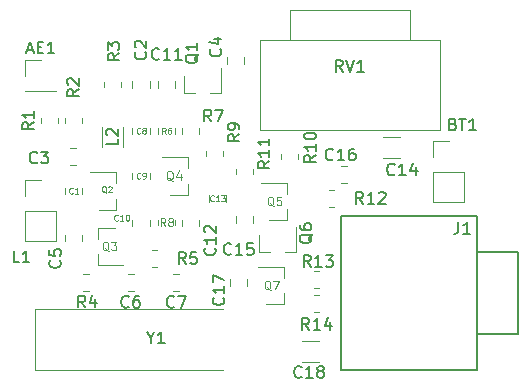
<source format=gbr>
%TF.GenerationSoftware,KiCad,Pcbnew,5.1.10-88a1d61d58~88~ubuntu16.04.1*%
%TF.CreationDate,2021-09-03T12:29:31+02:00*%
%TF.ProjectId,80mrx,38306d72-782e-46b6-9963-61645f706362,rev?*%
%TF.SameCoordinates,Original*%
%TF.FileFunction,Legend,Top*%
%TF.FilePolarity,Positive*%
%FSLAX46Y46*%
G04 Gerber Fmt 4.6, Leading zero omitted, Abs format (unit mm)*
G04 Created by KiCad (PCBNEW 5.1.10-88a1d61d58~88~ubuntu16.04.1) date 2021-09-03 12:29:31*
%MOMM*%
%LPD*%
G01*
G04 APERTURE LIST*
%ADD10C,0.120000*%
%ADD11C,0.150000*%
%ADD12C,0.100000*%
%ADD13C,0.080000*%
G04 APERTURE END LIST*
D10*
%TO.C,Y1*%
X143472500Y-103368000D02*
X127497500Y-103368000D01*
X127497500Y-103368000D02*
X127497500Y-108468000D01*
X127497500Y-108468000D02*
X143472500Y-108468000D01*
D11*
%TO.C,J1*%
X168472000Y-104988000D02*
X168472000Y-105488000D01*
X168472000Y-105488000D02*
X164972000Y-105488000D01*
X168472000Y-104988000D02*
X168472000Y-98488000D01*
X168472000Y-98488000D02*
X164972000Y-98488000D01*
X164972000Y-95488000D02*
X164972000Y-108488000D01*
X164972000Y-108488000D02*
X156972000Y-108488000D01*
X156972000Y-108488000D02*
X153472000Y-108488000D01*
X153472000Y-108488000D02*
X153472000Y-95488000D01*
X153472000Y-95488000D02*
X164972000Y-95488000D01*
D10*
%TO.C,AE1*%
X126686000Y-84896000D02*
X129346000Y-84896000D01*
X126686000Y-84836000D02*
X126686000Y-84896000D01*
X129346000Y-84836000D02*
X129346000Y-84896000D01*
X126686000Y-84836000D02*
X129346000Y-84836000D01*
X126686000Y-83566000D02*
X126686000Y-82236000D01*
X126686000Y-82236000D02*
X128016000Y-82236000D01*
%TO.C,BT1*%
X161230000Y-89094000D02*
X162560000Y-89094000D01*
X161230000Y-90424000D02*
X161230000Y-89094000D01*
X161230000Y-91694000D02*
X163890000Y-91694000D01*
X163890000Y-91694000D02*
X163890000Y-94294000D01*
X161230000Y-91694000D02*
X161230000Y-94294000D01*
X161230000Y-94294000D02*
X163890000Y-94294000D01*
%TO.C,C1*%
X130075000Y-93083748D02*
X130075000Y-93606252D01*
X131545000Y-93083748D02*
X131545000Y-93606252D01*
%TO.C,C2*%
X137260000Y-84589252D02*
X137260000Y-84066748D01*
X135790000Y-84589252D02*
X135790000Y-84066748D01*
%TO.C,C3*%
X131049752Y-91159000D02*
X130527248Y-91159000D01*
X131049752Y-89689000D02*
X130527248Y-89689000D01*
%TO.C,C4*%
X143791000Y-82557252D02*
X143791000Y-82034748D01*
X145261000Y-82557252D02*
X145261000Y-82034748D01*
%TO.C,C5*%
X130075000Y-97564752D02*
X130075000Y-97042248D01*
X131545000Y-97564752D02*
X131545000Y-97042248D01*
%TO.C,C6*%
X135897252Y-101827000D02*
X135374748Y-101827000D01*
X135897252Y-100357000D02*
X135374748Y-100357000D01*
%TO.C,C7*%
X139728752Y-100357000D02*
X139206248Y-100357000D01*
X139728752Y-101827000D02*
X139206248Y-101827000D01*
%TO.C,C8*%
X135790000Y-88003748D02*
X135790000Y-88526252D01*
X137260000Y-88003748D02*
X137260000Y-88526252D01*
%TO.C,C9*%
X137260000Y-92336252D02*
X137260000Y-91813748D01*
X135790000Y-92336252D02*
X135790000Y-91813748D01*
%TO.C,C10*%
X137260000Y-96294752D02*
X137260000Y-95772248D01*
X135790000Y-96294752D02*
X135790000Y-95772248D01*
%TO.C,C11*%
X137949000Y-84589252D02*
X137949000Y-84066748D01*
X139419000Y-84589252D02*
X139419000Y-84066748D01*
%TO.C,C12*%
X141451000Y-95772248D02*
X141451000Y-96294752D01*
X139981000Y-95772248D02*
X139981000Y-96294752D01*
%TO.C,C13*%
X143737000Y-94241252D02*
X143737000Y-93718748D01*
X142267000Y-94241252D02*
X142267000Y-93718748D01*
%TO.C,C14*%
X156984248Y-90572000D02*
X158406752Y-90572000D01*
X156984248Y-88752000D02*
X158406752Y-88752000D01*
%TO.C,C15*%
X144553000Y-96019252D02*
X144553000Y-95496748D01*
X146023000Y-96019252D02*
X146023000Y-95496748D01*
%TO.C,C16*%
X153931252Y-91213000D02*
X153408748Y-91213000D01*
X153931252Y-92683000D02*
X153408748Y-92683000D01*
%TO.C,C17*%
X144045000Y-101353252D02*
X144045000Y-100830748D01*
X145515000Y-101353252D02*
X145515000Y-100830748D01*
%TO.C,C18*%
X150164748Y-106024000D02*
X151587252Y-106024000D01*
X150164748Y-107844000D02*
X151587252Y-107844000D01*
%TO.C,L1*%
X126686000Y-97596000D02*
X129346000Y-97596000D01*
X126686000Y-94996000D02*
X126686000Y-97596000D01*
X129346000Y-94996000D02*
X129346000Y-97596000D01*
X126686000Y-94996000D02*
X129346000Y-94996000D01*
X126686000Y-93726000D02*
X126686000Y-92396000D01*
X126686000Y-92396000D02*
X128016000Y-92396000D01*
%TO.C,L2*%
X135022000Y-87926258D02*
X135022000Y-89596742D01*
X133202000Y-87926258D02*
X133202000Y-89596742D01*
%TO.C,Q1*%
X140152000Y-85088000D02*
X140152000Y-83628000D01*
X143312000Y-85088000D02*
X143312000Y-82928000D01*
X143312000Y-85088000D02*
X142382000Y-85088000D01*
X140152000Y-85088000D02*
X141082000Y-85088000D01*
%TO.C,Q2*%
X134380000Y-94925000D02*
X134380000Y-93995000D01*
X134380000Y-91765000D02*
X134380000Y-92695000D01*
X134380000Y-91765000D02*
X132220000Y-91765000D01*
X134380000Y-94925000D02*
X132920000Y-94925000D01*
%TO.C,Q3*%
X132844000Y-96464000D02*
X134304000Y-96464000D01*
X132844000Y-99624000D02*
X135004000Y-99624000D01*
X132844000Y-99624000D02*
X132844000Y-98694000D01*
X132844000Y-96464000D02*
X132844000Y-97394000D01*
%TO.C,Q4*%
X140460000Y-93655000D02*
X140460000Y-92725000D01*
X140460000Y-90495000D02*
X140460000Y-91425000D01*
X140460000Y-90495000D02*
X138300000Y-90495000D01*
X140460000Y-93655000D02*
X139000000Y-93655000D01*
%TO.C,Q5*%
X148842000Y-95814000D02*
X148842000Y-94884000D01*
X148842000Y-92654000D02*
X148842000Y-93584000D01*
X148842000Y-92654000D02*
X146682000Y-92654000D01*
X148842000Y-95814000D02*
X147382000Y-95814000D01*
%TO.C,Q6*%
X146502000Y-98550000D02*
X146502000Y-97090000D01*
X149662000Y-98550000D02*
X149662000Y-96390000D01*
X149662000Y-98550000D02*
X148732000Y-98550000D01*
X146502000Y-98550000D02*
X147432000Y-98550000D01*
%TO.C,Q7*%
X148588000Y-102926000D02*
X148588000Y-101996000D01*
X148588000Y-99766000D02*
X148588000Y-100696000D01*
X148588000Y-99766000D02*
X146428000Y-99766000D01*
X148588000Y-102926000D02*
X147128000Y-102926000D01*
%TO.C,R1*%
X128043000Y-87148936D02*
X128043000Y-87603064D01*
X129513000Y-87148936D02*
X129513000Y-87603064D01*
%TO.C,R2*%
X130075000Y-87164936D02*
X130075000Y-87619064D01*
X131545000Y-87164936D02*
X131545000Y-87619064D01*
%TO.C,R3*%
X134847000Y-84116936D02*
X134847000Y-84571064D01*
X133377000Y-84116936D02*
X133377000Y-84571064D01*
%TO.C,R4*%
X131614936Y-101827000D02*
X132069064Y-101827000D01*
X131614936Y-100357000D02*
X132069064Y-100357000D01*
%TO.C,R5*%
X137440936Y-98325000D02*
X137895064Y-98325000D01*
X137440936Y-99795000D02*
X137895064Y-99795000D01*
%TO.C,R6*%
X139419000Y-88037936D02*
X139419000Y-88492064D01*
X137949000Y-88037936D02*
X137949000Y-88492064D01*
%TO.C,R7*%
X139981000Y-88037936D02*
X139981000Y-88492064D01*
X141451000Y-88037936D02*
X141451000Y-88492064D01*
%TO.C,R8*%
X139419000Y-95768936D02*
X139419000Y-96223064D01*
X137949000Y-95768936D02*
X137949000Y-96223064D01*
%TO.C,R9*%
X142013000Y-90397064D02*
X142013000Y-89942936D01*
X143483000Y-90397064D02*
X143483000Y-89942936D01*
%TO.C,R10*%
X149833000Y-90651064D02*
X149833000Y-90196936D01*
X148363000Y-90651064D02*
X148363000Y-90196936D01*
%TO.C,R11*%
X144553000Y-91921064D02*
X144553000Y-91466936D01*
X146023000Y-91921064D02*
X146023000Y-91466936D01*
%TO.C,R12*%
X152426936Y-93245000D02*
X152881064Y-93245000D01*
X152426936Y-94715000D02*
X152881064Y-94715000D01*
%TO.C,R13*%
X151611064Y-100103000D02*
X151156936Y-100103000D01*
X151611064Y-101573000D02*
X151156936Y-101573000D01*
%TO.C,R14*%
X151156936Y-103605000D02*
X151611064Y-103605000D01*
X151156936Y-102135000D02*
X151611064Y-102135000D01*
%TO.C,RV1*%
X159258000Y-77978000D02*
X159258000Y-80518000D01*
X149098000Y-77978000D02*
X159258000Y-77978000D01*
X149098000Y-80518000D02*
X149098000Y-77978000D01*
X146558000Y-80518000D02*
X146558000Y-88138000D01*
X161798000Y-80518000D02*
X146558000Y-80518000D01*
X161798000Y-88138000D02*
X161798000Y-80518000D01*
X146558000Y-88138000D02*
X161798000Y-88138000D01*
%TO.C,Y1*%
D11*
X137318809Y-105767190D02*
X137318809Y-106243380D01*
X136985476Y-105243380D02*
X137318809Y-105767190D01*
X137652142Y-105243380D01*
X138509285Y-106243380D02*
X137937857Y-106243380D01*
X138223571Y-106243380D02*
X138223571Y-105243380D01*
X138128333Y-105386238D01*
X138033095Y-105481476D01*
X137937857Y-105529095D01*
%TO.C,J1*%
X163369666Y-95972380D02*
X163369666Y-96686666D01*
X163322047Y-96829523D01*
X163226809Y-96924761D01*
X163083952Y-96972380D01*
X162988714Y-96972380D01*
X164369666Y-96972380D02*
X163798238Y-96972380D01*
X164083952Y-96972380D02*
X164083952Y-95972380D01*
X163988714Y-96115238D01*
X163893476Y-96210476D01*
X163798238Y-96258095D01*
%TO.C,AE1*%
X126849333Y-81402666D02*
X127325523Y-81402666D01*
X126754095Y-81688380D02*
X127087428Y-80688380D01*
X127420761Y-81688380D01*
X127754095Y-81164571D02*
X128087428Y-81164571D01*
X128230285Y-81688380D02*
X127754095Y-81688380D01*
X127754095Y-80688380D01*
X128230285Y-80688380D01*
X129182666Y-81688380D02*
X128611238Y-81688380D01*
X128896952Y-81688380D02*
X128896952Y-80688380D01*
X128801714Y-80831238D01*
X128706476Y-80926476D01*
X128611238Y-80974095D01*
%TO.C,BT1*%
X162917285Y-87685571D02*
X163060142Y-87733190D01*
X163107761Y-87780809D01*
X163155380Y-87876047D01*
X163155380Y-88018904D01*
X163107761Y-88114142D01*
X163060142Y-88161761D01*
X162964904Y-88209380D01*
X162583952Y-88209380D01*
X162583952Y-87209380D01*
X162917285Y-87209380D01*
X163012523Y-87257000D01*
X163060142Y-87304619D01*
X163107761Y-87399857D01*
X163107761Y-87495095D01*
X163060142Y-87590333D01*
X163012523Y-87637952D01*
X162917285Y-87685571D01*
X162583952Y-87685571D01*
X163441095Y-87209380D02*
X164012523Y-87209380D01*
X163726809Y-88209380D02*
X163726809Y-87209380D01*
X164869666Y-88209380D02*
X164298238Y-88209380D01*
X164583952Y-88209380D02*
X164583952Y-87209380D01*
X164488714Y-87352238D01*
X164393476Y-87447476D01*
X164298238Y-87495095D01*
%TO.C,C1*%
D12*
X130726666Y-93523571D02*
X130702857Y-93547380D01*
X130631428Y-93571190D01*
X130583809Y-93571190D01*
X130512380Y-93547380D01*
X130464761Y-93499761D01*
X130440952Y-93452142D01*
X130417142Y-93356904D01*
X130417142Y-93285476D01*
X130440952Y-93190238D01*
X130464761Y-93142619D01*
X130512380Y-93095000D01*
X130583809Y-93071190D01*
X130631428Y-93071190D01*
X130702857Y-93095000D01*
X130726666Y-93118809D01*
X131202857Y-93571190D02*
X130917142Y-93571190D01*
X131060000Y-93571190D02*
X131060000Y-93071190D01*
X131012380Y-93142619D01*
X130964761Y-93190238D01*
X130917142Y-93214047D01*
%TO.C,C2*%
D11*
X136882142Y-81573666D02*
X136929761Y-81621285D01*
X136977380Y-81764142D01*
X136977380Y-81859380D01*
X136929761Y-82002238D01*
X136834523Y-82097476D01*
X136739285Y-82145095D01*
X136548809Y-82192714D01*
X136405952Y-82192714D01*
X136215476Y-82145095D01*
X136120238Y-82097476D01*
X136025000Y-82002238D01*
X135977380Y-81859380D01*
X135977380Y-81764142D01*
X136025000Y-81621285D01*
X136072619Y-81573666D01*
X136072619Y-81192714D02*
X136025000Y-81145095D01*
X135977380Y-81049857D01*
X135977380Y-80811761D01*
X136025000Y-80716523D01*
X136072619Y-80668904D01*
X136167857Y-80621285D01*
X136263095Y-80621285D01*
X136405952Y-80668904D01*
X136977380Y-81240333D01*
X136977380Y-80621285D01*
%TO.C,C3*%
X127722333Y-90908142D02*
X127674714Y-90955761D01*
X127531857Y-91003380D01*
X127436619Y-91003380D01*
X127293761Y-90955761D01*
X127198523Y-90860523D01*
X127150904Y-90765285D01*
X127103285Y-90574809D01*
X127103285Y-90431952D01*
X127150904Y-90241476D01*
X127198523Y-90146238D01*
X127293761Y-90051000D01*
X127436619Y-90003380D01*
X127531857Y-90003380D01*
X127674714Y-90051000D01*
X127722333Y-90098619D01*
X128055666Y-90003380D02*
X128674714Y-90003380D01*
X128341380Y-90384333D01*
X128484238Y-90384333D01*
X128579476Y-90431952D01*
X128627095Y-90479571D01*
X128674714Y-90574809D01*
X128674714Y-90812904D01*
X128627095Y-90908142D01*
X128579476Y-90955761D01*
X128484238Y-91003380D01*
X128198523Y-91003380D01*
X128103285Y-90955761D01*
X128055666Y-90908142D01*
%TO.C,C4*%
X143232142Y-81319666D02*
X143279761Y-81367285D01*
X143327380Y-81510142D01*
X143327380Y-81605380D01*
X143279761Y-81748238D01*
X143184523Y-81843476D01*
X143089285Y-81891095D01*
X142898809Y-81938714D01*
X142755952Y-81938714D01*
X142565476Y-81891095D01*
X142470238Y-81843476D01*
X142375000Y-81748238D01*
X142327380Y-81605380D01*
X142327380Y-81510142D01*
X142375000Y-81367285D01*
X142422619Y-81319666D01*
X142660714Y-80462523D02*
X143327380Y-80462523D01*
X142279761Y-80700619D02*
X142994047Y-80938714D01*
X142994047Y-80319666D01*
%TO.C,C5*%
X129643142Y-99226666D02*
X129690761Y-99274285D01*
X129738380Y-99417142D01*
X129738380Y-99512380D01*
X129690761Y-99655238D01*
X129595523Y-99750476D01*
X129500285Y-99798095D01*
X129309809Y-99845714D01*
X129166952Y-99845714D01*
X128976476Y-99798095D01*
X128881238Y-99750476D01*
X128786000Y-99655238D01*
X128738380Y-99512380D01*
X128738380Y-99417142D01*
X128786000Y-99274285D01*
X128833619Y-99226666D01*
X128738380Y-98321904D02*
X128738380Y-98798095D01*
X129214571Y-98845714D01*
X129166952Y-98798095D01*
X129119333Y-98702857D01*
X129119333Y-98464761D01*
X129166952Y-98369523D01*
X129214571Y-98321904D01*
X129309809Y-98274285D01*
X129547904Y-98274285D01*
X129643142Y-98321904D01*
X129690761Y-98369523D01*
X129738380Y-98464761D01*
X129738380Y-98702857D01*
X129690761Y-98798095D01*
X129643142Y-98845714D01*
%TO.C,C6*%
X135469333Y-103129142D02*
X135421714Y-103176761D01*
X135278857Y-103224380D01*
X135183619Y-103224380D01*
X135040761Y-103176761D01*
X134945523Y-103081523D01*
X134897904Y-102986285D01*
X134850285Y-102795809D01*
X134850285Y-102652952D01*
X134897904Y-102462476D01*
X134945523Y-102367238D01*
X135040761Y-102272000D01*
X135183619Y-102224380D01*
X135278857Y-102224380D01*
X135421714Y-102272000D01*
X135469333Y-102319619D01*
X136326476Y-102224380D02*
X136136000Y-102224380D01*
X136040761Y-102272000D01*
X135993142Y-102319619D01*
X135897904Y-102462476D01*
X135850285Y-102652952D01*
X135850285Y-103033904D01*
X135897904Y-103129142D01*
X135945523Y-103176761D01*
X136040761Y-103224380D01*
X136231238Y-103224380D01*
X136326476Y-103176761D01*
X136374095Y-103129142D01*
X136421714Y-103033904D01*
X136421714Y-102795809D01*
X136374095Y-102700571D01*
X136326476Y-102652952D01*
X136231238Y-102605333D01*
X136040761Y-102605333D01*
X135945523Y-102652952D01*
X135897904Y-102700571D01*
X135850285Y-102795809D01*
%TO.C,C7*%
X139300833Y-103129142D02*
X139253214Y-103176761D01*
X139110357Y-103224380D01*
X139015119Y-103224380D01*
X138872261Y-103176761D01*
X138777023Y-103081523D01*
X138729404Y-102986285D01*
X138681785Y-102795809D01*
X138681785Y-102652952D01*
X138729404Y-102462476D01*
X138777023Y-102367238D01*
X138872261Y-102272000D01*
X139015119Y-102224380D01*
X139110357Y-102224380D01*
X139253214Y-102272000D01*
X139300833Y-102319619D01*
X139634166Y-102224380D02*
X140300833Y-102224380D01*
X139872261Y-103224380D01*
%TO.C,C8*%
D13*
X136441666Y-88443571D02*
X136417857Y-88467380D01*
X136346428Y-88491190D01*
X136298809Y-88491190D01*
X136227380Y-88467380D01*
X136179761Y-88419761D01*
X136155952Y-88372142D01*
X136132142Y-88276904D01*
X136132142Y-88205476D01*
X136155952Y-88110238D01*
X136179761Y-88062619D01*
X136227380Y-88015000D01*
X136298809Y-87991190D01*
X136346428Y-87991190D01*
X136417857Y-88015000D01*
X136441666Y-88038809D01*
X136727380Y-88205476D02*
X136679761Y-88181666D01*
X136655952Y-88157857D01*
X136632142Y-88110238D01*
X136632142Y-88086428D01*
X136655952Y-88038809D01*
X136679761Y-88015000D01*
X136727380Y-87991190D01*
X136822619Y-87991190D01*
X136870238Y-88015000D01*
X136894047Y-88038809D01*
X136917857Y-88086428D01*
X136917857Y-88110238D01*
X136894047Y-88157857D01*
X136870238Y-88181666D01*
X136822619Y-88205476D01*
X136727380Y-88205476D01*
X136679761Y-88229285D01*
X136655952Y-88253095D01*
X136632142Y-88300714D01*
X136632142Y-88395952D01*
X136655952Y-88443571D01*
X136679761Y-88467380D01*
X136727380Y-88491190D01*
X136822619Y-88491190D01*
X136870238Y-88467380D01*
X136894047Y-88443571D01*
X136917857Y-88395952D01*
X136917857Y-88300714D01*
X136894047Y-88253095D01*
X136870238Y-88229285D01*
X136822619Y-88205476D01*
%TO.C,C9*%
D12*
X136441666Y-92253571D02*
X136417857Y-92277380D01*
X136346428Y-92301190D01*
X136298809Y-92301190D01*
X136227380Y-92277380D01*
X136179761Y-92229761D01*
X136155952Y-92182142D01*
X136132142Y-92086904D01*
X136132142Y-92015476D01*
X136155952Y-91920238D01*
X136179761Y-91872619D01*
X136227380Y-91825000D01*
X136298809Y-91801190D01*
X136346428Y-91801190D01*
X136417857Y-91825000D01*
X136441666Y-91848809D01*
X136679761Y-92301190D02*
X136775000Y-92301190D01*
X136822619Y-92277380D01*
X136846428Y-92253571D01*
X136894047Y-92182142D01*
X136917857Y-92086904D01*
X136917857Y-91896428D01*
X136894047Y-91848809D01*
X136870238Y-91825000D01*
X136822619Y-91801190D01*
X136727380Y-91801190D01*
X136679761Y-91825000D01*
X136655952Y-91848809D01*
X136632142Y-91896428D01*
X136632142Y-92015476D01*
X136655952Y-92063095D01*
X136679761Y-92086904D01*
X136727380Y-92110714D01*
X136822619Y-92110714D01*
X136870238Y-92086904D01*
X136894047Y-92063095D01*
X136917857Y-92015476D01*
%TO.C,C10*%
X134552571Y-95809571D02*
X134528761Y-95833380D01*
X134457333Y-95857190D01*
X134409714Y-95857190D01*
X134338285Y-95833380D01*
X134290666Y-95785761D01*
X134266857Y-95738142D01*
X134243047Y-95642904D01*
X134243047Y-95571476D01*
X134266857Y-95476238D01*
X134290666Y-95428619D01*
X134338285Y-95381000D01*
X134409714Y-95357190D01*
X134457333Y-95357190D01*
X134528761Y-95381000D01*
X134552571Y-95404809D01*
X135028761Y-95857190D02*
X134743047Y-95857190D01*
X134885904Y-95857190D02*
X134885904Y-95357190D01*
X134838285Y-95428619D01*
X134790666Y-95476238D01*
X134743047Y-95500047D01*
X135338285Y-95357190D02*
X135385904Y-95357190D01*
X135433523Y-95381000D01*
X135457333Y-95404809D01*
X135481142Y-95452428D01*
X135504952Y-95547666D01*
X135504952Y-95666714D01*
X135481142Y-95761952D01*
X135457333Y-95809571D01*
X135433523Y-95833380D01*
X135385904Y-95857190D01*
X135338285Y-95857190D01*
X135290666Y-95833380D01*
X135266857Y-95809571D01*
X135243047Y-95761952D01*
X135219238Y-95666714D01*
X135219238Y-95547666D01*
X135243047Y-95452428D01*
X135266857Y-95404809D01*
X135290666Y-95381000D01*
X135338285Y-95357190D01*
%TO.C,C11*%
D11*
X138041142Y-82145142D02*
X137993523Y-82192761D01*
X137850666Y-82240380D01*
X137755428Y-82240380D01*
X137612571Y-82192761D01*
X137517333Y-82097523D01*
X137469714Y-82002285D01*
X137422095Y-81811809D01*
X137422095Y-81668952D01*
X137469714Y-81478476D01*
X137517333Y-81383238D01*
X137612571Y-81288000D01*
X137755428Y-81240380D01*
X137850666Y-81240380D01*
X137993523Y-81288000D01*
X138041142Y-81335619D01*
X138993523Y-82240380D02*
X138422095Y-82240380D01*
X138707809Y-82240380D02*
X138707809Y-81240380D01*
X138612571Y-81383238D01*
X138517333Y-81478476D01*
X138422095Y-81526095D01*
X139945904Y-82240380D02*
X139374476Y-82240380D01*
X139660190Y-82240380D02*
X139660190Y-81240380D01*
X139564952Y-81383238D01*
X139469714Y-81478476D01*
X139374476Y-81526095D01*
%TO.C,C12*%
X142753142Y-98178857D02*
X142800761Y-98226476D01*
X142848380Y-98369333D01*
X142848380Y-98464571D01*
X142800761Y-98607428D01*
X142705523Y-98702666D01*
X142610285Y-98750285D01*
X142419809Y-98797904D01*
X142276952Y-98797904D01*
X142086476Y-98750285D01*
X141991238Y-98702666D01*
X141896000Y-98607428D01*
X141848380Y-98464571D01*
X141848380Y-98369333D01*
X141896000Y-98226476D01*
X141943619Y-98178857D01*
X142848380Y-97226476D02*
X142848380Y-97797904D01*
X142848380Y-97512190D02*
X141848380Y-97512190D01*
X141991238Y-97607428D01*
X142086476Y-97702666D01*
X142134095Y-97797904D01*
X141943619Y-96845523D02*
X141896000Y-96797904D01*
X141848380Y-96702666D01*
X141848380Y-96464571D01*
X141896000Y-96369333D01*
X141943619Y-96321714D01*
X142038857Y-96274095D01*
X142134095Y-96274095D01*
X142276952Y-96321714D01*
X142848380Y-96893142D01*
X142848380Y-96274095D01*
%TO.C,C13*%
D13*
X142680571Y-94158571D02*
X142656761Y-94182380D01*
X142585333Y-94206190D01*
X142537714Y-94206190D01*
X142466285Y-94182380D01*
X142418666Y-94134761D01*
X142394857Y-94087142D01*
X142371047Y-93991904D01*
X142371047Y-93920476D01*
X142394857Y-93825238D01*
X142418666Y-93777619D01*
X142466285Y-93730000D01*
X142537714Y-93706190D01*
X142585333Y-93706190D01*
X142656761Y-93730000D01*
X142680571Y-93753809D01*
X143156761Y-94206190D02*
X142871047Y-94206190D01*
X143013904Y-94206190D02*
X143013904Y-93706190D01*
X142966285Y-93777619D01*
X142918666Y-93825238D01*
X142871047Y-93849047D01*
X143323428Y-93706190D02*
X143632952Y-93706190D01*
X143466285Y-93896666D01*
X143537714Y-93896666D01*
X143585333Y-93920476D01*
X143609142Y-93944285D01*
X143632952Y-93991904D01*
X143632952Y-94110952D01*
X143609142Y-94158571D01*
X143585333Y-94182380D01*
X143537714Y-94206190D01*
X143394857Y-94206190D01*
X143347238Y-94182380D01*
X143323428Y-94158571D01*
%TO.C,C14*%
D11*
X157980142Y-91924142D02*
X157932523Y-91971761D01*
X157789666Y-92019380D01*
X157694428Y-92019380D01*
X157551571Y-91971761D01*
X157456333Y-91876523D01*
X157408714Y-91781285D01*
X157361095Y-91590809D01*
X157361095Y-91447952D01*
X157408714Y-91257476D01*
X157456333Y-91162238D01*
X157551571Y-91067000D01*
X157694428Y-91019380D01*
X157789666Y-91019380D01*
X157932523Y-91067000D01*
X157980142Y-91114619D01*
X158932523Y-92019380D02*
X158361095Y-92019380D01*
X158646809Y-92019380D02*
X158646809Y-91019380D01*
X158551571Y-91162238D01*
X158456333Y-91257476D01*
X158361095Y-91305095D01*
X159789666Y-91352714D02*
X159789666Y-92019380D01*
X159551571Y-90971761D02*
X159313476Y-91686047D01*
X159932523Y-91686047D01*
%TO.C,C15*%
X144137142Y-98655142D02*
X144089523Y-98702761D01*
X143946666Y-98750380D01*
X143851428Y-98750380D01*
X143708571Y-98702761D01*
X143613333Y-98607523D01*
X143565714Y-98512285D01*
X143518095Y-98321809D01*
X143518095Y-98178952D01*
X143565714Y-97988476D01*
X143613333Y-97893238D01*
X143708571Y-97798000D01*
X143851428Y-97750380D01*
X143946666Y-97750380D01*
X144089523Y-97798000D01*
X144137142Y-97845619D01*
X145089523Y-98750380D02*
X144518095Y-98750380D01*
X144803809Y-98750380D02*
X144803809Y-97750380D01*
X144708571Y-97893238D01*
X144613333Y-97988476D01*
X144518095Y-98036095D01*
X145994285Y-97750380D02*
X145518095Y-97750380D01*
X145470476Y-98226571D01*
X145518095Y-98178952D01*
X145613333Y-98131333D01*
X145851428Y-98131333D01*
X145946666Y-98178952D01*
X145994285Y-98226571D01*
X146041904Y-98321809D01*
X146041904Y-98559904D01*
X145994285Y-98655142D01*
X145946666Y-98702761D01*
X145851428Y-98750380D01*
X145613333Y-98750380D01*
X145518095Y-98702761D01*
X145470476Y-98655142D01*
%TO.C,C16*%
X152773142Y-90654142D02*
X152725523Y-90701761D01*
X152582666Y-90749380D01*
X152487428Y-90749380D01*
X152344571Y-90701761D01*
X152249333Y-90606523D01*
X152201714Y-90511285D01*
X152154095Y-90320809D01*
X152154095Y-90177952D01*
X152201714Y-89987476D01*
X152249333Y-89892238D01*
X152344571Y-89797000D01*
X152487428Y-89749380D01*
X152582666Y-89749380D01*
X152725523Y-89797000D01*
X152773142Y-89844619D01*
X153725523Y-90749380D02*
X153154095Y-90749380D01*
X153439809Y-90749380D02*
X153439809Y-89749380D01*
X153344571Y-89892238D01*
X153249333Y-89987476D01*
X153154095Y-90035095D01*
X154582666Y-89749380D02*
X154392190Y-89749380D01*
X154296952Y-89797000D01*
X154249333Y-89844619D01*
X154154095Y-89987476D01*
X154106476Y-90177952D01*
X154106476Y-90558904D01*
X154154095Y-90654142D01*
X154201714Y-90701761D01*
X154296952Y-90749380D01*
X154487428Y-90749380D01*
X154582666Y-90701761D01*
X154630285Y-90654142D01*
X154677904Y-90558904D01*
X154677904Y-90320809D01*
X154630285Y-90225571D01*
X154582666Y-90177952D01*
X154487428Y-90130333D01*
X154296952Y-90130333D01*
X154201714Y-90177952D01*
X154154095Y-90225571D01*
X154106476Y-90320809D01*
%TO.C,C17*%
X143486142Y-102369857D02*
X143533761Y-102417476D01*
X143581380Y-102560333D01*
X143581380Y-102655571D01*
X143533761Y-102798428D01*
X143438523Y-102893666D01*
X143343285Y-102941285D01*
X143152809Y-102988904D01*
X143009952Y-102988904D01*
X142819476Y-102941285D01*
X142724238Y-102893666D01*
X142629000Y-102798428D01*
X142581380Y-102655571D01*
X142581380Y-102560333D01*
X142629000Y-102417476D01*
X142676619Y-102369857D01*
X143581380Y-101417476D02*
X143581380Y-101988904D01*
X143581380Y-101703190D02*
X142581380Y-101703190D01*
X142724238Y-101798428D01*
X142819476Y-101893666D01*
X142867095Y-101988904D01*
X142581380Y-101084142D02*
X142581380Y-100417476D01*
X143581380Y-100846047D01*
%TO.C,C18*%
X150106142Y-109069142D02*
X150058523Y-109116761D01*
X149915666Y-109164380D01*
X149820428Y-109164380D01*
X149677571Y-109116761D01*
X149582333Y-109021523D01*
X149534714Y-108926285D01*
X149487095Y-108735809D01*
X149487095Y-108592952D01*
X149534714Y-108402476D01*
X149582333Y-108307238D01*
X149677571Y-108212000D01*
X149820428Y-108164380D01*
X149915666Y-108164380D01*
X150058523Y-108212000D01*
X150106142Y-108259619D01*
X151058523Y-109164380D02*
X150487095Y-109164380D01*
X150772809Y-109164380D02*
X150772809Y-108164380D01*
X150677571Y-108307238D01*
X150582333Y-108402476D01*
X150487095Y-108450095D01*
X151629952Y-108592952D02*
X151534714Y-108545333D01*
X151487095Y-108497714D01*
X151439476Y-108402476D01*
X151439476Y-108354857D01*
X151487095Y-108259619D01*
X151534714Y-108212000D01*
X151629952Y-108164380D01*
X151820428Y-108164380D01*
X151915666Y-108212000D01*
X151963285Y-108259619D01*
X152010904Y-108354857D01*
X152010904Y-108402476D01*
X151963285Y-108497714D01*
X151915666Y-108545333D01*
X151820428Y-108592952D01*
X151629952Y-108592952D01*
X151534714Y-108640571D01*
X151487095Y-108688190D01*
X151439476Y-108783428D01*
X151439476Y-108973904D01*
X151487095Y-109069142D01*
X151534714Y-109116761D01*
X151629952Y-109164380D01*
X151820428Y-109164380D01*
X151915666Y-109116761D01*
X151963285Y-109069142D01*
X152010904Y-108973904D01*
X152010904Y-108783428D01*
X151963285Y-108688190D01*
X151915666Y-108640571D01*
X151820428Y-108592952D01*
%TO.C,L1*%
X126198333Y-99385380D02*
X125722142Y-99385380D01*
X125722142Y-98385380D01*
X127055476Y-99385380D02*
X126484047Y-99385380D01*
X126769761Y-99385380D02*
X126769761Y-98385380D01*
X126674523Y-98528238D01*
X126579285Y-98623476D01*
X126484047Y-98671095D01*
%TO.C,L2*%
X134564380Y-88928166D02*
X134564380Y-89404357D01*
X133564380Y-89404357D01*
X133659619Y-88642452D02*
X133612000Y-88594833D01*
X133564380Y-88499595D01*
X133564380Y-88261500D01*
X133612000Y-88166261D01*
X133659619Y-88118642D01*
X133754857Y-88071023D01*
X133850095Y-88071023D01*
X133992952Y-88118642D01*
X134564380Y-88690071D01*
X134564380Y-88071023D01*
%TO.C,Q1*%
X141390619Y-81756238D02*
X141343000Y-81851476D01*
X141247761Y-81946714D01*
X141104904Y-82089571D01*
X141057285Y-82184809D01*
X141057285Y-82280047D01*
X141295380Y-82232428D02*
X141247761Y-82327666D01*
X141152523Y-82422904D01*
X140962047Y-82470523D01*
X140628714Y-82470523D01*
X140438238Y-82422904D01*
X140343000Y-82327666D01*
X140295380Y-82232428D01*
X140295380Y-82041952D01*
X140343000Y-81946714D01*
X140438238Y-81851476D01*
X140628714Y-81803857D01*
X140962047Y-81803857D01*
X141152523Y-81851476D01*
X141247761Y-81946714D01*
X141295380Y-82041952D01*
X141295380Y-82232428D01*
X141295380Y-80851476D02*
X141295380Y-81422904D01*
X141295380Y-81137190D02*
X140295380Y-81137190D01*
X140438238Y-81232428D01*
X140533476Y-81327666D01*
X140581095Y-81422904D01*
%TO.C,Q2*%
D12*
X133572380Y-93491809D02*
X133524761Y-93468000D01*
X133477142Y-93420380D01*
X133405714Y-93348952D01*
X133358095Y-93325142D01*
X133310476Y-93325142D01*
X133334285Y-93444190D02*
X133286666Y-93420380D01*
X133239047Y-93372761D01*
X133215238Y-93277523D01*
X133215238Y-93110857D01*
X133239047Y-93015619D01*
X133286666Y-92968000D01*
X133334285Y-92944190D01*
X133429523Y-92944190D01*
X133477142Y-92968000D01*
X133524761Y-93015619D01*
X133548571Y-93110857D01*
X133548571Y-93277523D01*
X133524761Y-93372761D01*
X133477142Y-93420380D01*
X133429523Y-93444190D01*
X133334285Y-93444190D01*
X133739047Y-92991809D02*
X133762857Y-92968000D01*
X133810476Y-92944190D01*
X133929523Y-92944190D01*
X133977142Y-92968000D01*
X134000952Y-92991809D01*
X134024761Y-93039428D01*
X134024761Y-93087047D01*
X134000952Y-93158476D01*
X133715238Y-93444190D01*
X134024761Y-93444190D01*
%TO.C,Q3*%
X133791333Y-98427333D02*
X133724666Y-98394000D01*
X133658000Y-98327333D01*
X133558000Y-98227333D01*
X133491333Y-98194000D01*
X133424666Y-98194000D01*
X133458000Y-98360666D02*
X133391333Y-98327333D01*
X133324666Y-98260666D01*
X133291333Y-98127333D01*
X133291333Y-97894000D01*
X133324666Y-97760666D01*
X133391333Y-97694000D01*
X133458000Y-97660666D01*
X133591333Y-97660666D01*
X133658000Y-97694000D01*
X133724666Y-97760666D01*
X133758000Y-97894000D01*
X133758000Y-98127333D01*
X133724666Y-98260666D01*
X133658000Y-98327333D01*
X133591333Y-98360666D01*
X133458000Y-98360666D01*
X133991333Y-97660666D02*
X134424666Y-97660666D01*
X134191333Y-97927333D01*
X134291333Y-97927333D01*
X134358000Y-97960666D01*
X134391333Y-97994000D01*
X134424666Y-98060666D01*
X134424666Y-98227333D01*
X134391333Y-98294000D01*
X134358000Y-98327333D01*
X134291333Y-98360666D01*
X134091333Y-98360666D01*
X134024666Y-98327333D01*
X133991333Y-98294000D01*
%TO.C,Q4*%
X139242809Y-92513095D02*
X139166619Y-92475000D01*
X139090428Y-92398809D01*
X138976142Y-92284523D01*
X138899952Y-92246428D01*
X138823761Y-92246428D01*
X138861857Y-92436904D02*
X138785666Y-92398809D01*
X138709476Y-92322619D01*
X138671380Y-92170238D01*
X138671380Y-91903571D01*
X138709476Y-91751190D01*
X138785666Y-91675000D01*
X138861857Y-91636904D01*
X139014238Y-91636904D01*
X139090428Y-91675000D01*
X139166619Y-91751190D01*
X139204714Y-91903571D01*
X139204714Y-92170238D01*
X139166619Y-92322619D01*
X139090428Y-92398809D01*
X139014238Y-92436904D01*
X138861857Y-92436904D01*
X139890428Y-91903571D02*
X139890428Y-92436904D01*
X139699952Y-91598809D02*
X139509476Y-92170238D01*
X140004714Y-92170238D01*
%TO.C,Q5*%
X147761333Y-94617333D02*
X147694666Y-94584000D01*
X147628000Y-94517333D01*
X147528000Y-94417333D01*
X147461333Y-94384000D01*
X147394666Y-94384000D01*
X147428000Y-94550666D02*
X147361333Y-94517333D01*
X147294666Y-94450666D01*
X147261333Y-94317333D01*
X147261333Y-94084000D01*
X147294666Y-93950666D01*
X147361333Y-93884000D01*
X147428000Y-93850666D01*
X147561333Y-93850666D01*
X147628000Y-93884000D01*
X147694666Y-93950666D01*
X147728000Y-94084000D01*
X147728000Y-94317333D01*
X147694666Y-94450666D01*
X147628000Y-94517333D01*
X147561333Y-94550666D01*
X147428000Y-94550666D01*
X148361333Y-93850666D02*
X148028000Y-93850666D01*
X147994666Y-94184000D01*
X148028000Y-94150666D01*
X148094666Y-94117333D01*
X148261333Y-94117333D01*
X148328000Y-94150666D01*
X148361333Y-94184000D01*
X148394666Y-94250666D01*
X148394666Y-94417333D01*
X148361333Y-94484000D01*
X148328000Y-94517333D01*
X148261333Y-94550666D01*
X148094666Y-94550666D01*
X148028000Y-94517333D01*
X147994666Y-94484000D01*
%TO.C,Q6*%
D11*
X151042619Y-96996238D02*
X150995000Y-97091476D01*
X150899761Y-97186714D01*
X150756904Y-97329571D01*
X150709285Y-97424809D01*
X150709285Y-97520047D01*
X150947380Y-97472428D02*
X150899761Y-97567666D01*
X150804523Y-97662904D01*
X150614047Y-97710523D01*
X150280714Y-97710523D01*
X150090238Y-97662904D01*
X149995000Y-97567666D01*
X149947380Y-97472428D01*
X149947380Y-97281952D01*
X149995000Y-97186714D01*
X150090238Y-97091476D01*
X150280714Y-97043857D01*
X150614047Y-97043857D01*
X150804523Y-97091476D01*
X150899761Y-97186714D01*
X150947380Y-97281952D01*
X150947380Y-97472428D01*
X149947380Y-96186714D02*
X149947380Y-96377190D01*
X149995000Y-96472428D01*
X150042619Y-96520047D01*
X150185476Y-96615285D01*
X150375952Y-96662904D01*
X150756904Y-96662904D01*
X150852142Y-96615285D01*
X150899761Y-96567666D01*
X150947380Y-96472428D01*
X150947380Y-96281952D01*
X150899761Y-96186714D01*
X150852142Y-96139095D01*
X150756904Y-96091476D01*
X150518809Y-96091476D01*
X150423571Y-96139095D01*
X150375952Y-96186714D01*
X150328333Y-96281952D01*
X150328333Y-96472428D01*
X150375952Y-96567666D01*
X150423571Y-96615285D01*
X150518809Y-96662904D01*
%TO.C,Q7*%
D12*
X147507333Y-101729333D02*
X147440666Y-101696000D01*
X147374000Y-101629333D01*
X147274000Y-101529333D01*
X147207333Y-101496000D01*
X147140666Y-101496000D01*
X147174000Y-101662666D02*
X147107333Y-101629333D01*
X147040666Y-101562666D01*
X147007333Y-101429333D01*
X147007333Y-101196000D01*
X147040666Y-101062666D01*
X147107333Y-100996000D01*
X147174000Y-100962666D01*
X147307333Y-100962666D01*
X147374000Y-100996000D01*
X147440666Y-101062666D01*
X147474000Y-101196000D01*
X147474000Y-101429333D01*
X147440666Y-101562666D01*
X147374000Y-101629333D01*
X147307333Y-101662666D01*
X147174000Y-101662666D01*
X147707333Y-100962666D02*
X148174000Y-100962666D01*
X147874000Y-101662666D01*
%TO.C,R1*%
D11*
X127452380Y-87542666D02*
X126976190Y-87876000D01*
X127452380Y-88114095D02*
X126452380Y-88114095D01*
X126452380Y-87733142D01*
X126500000Y-87637904D01*
X126547619Y-87590285D01*
X126642857Y-87542666D01*
X126785714Y-87542666D01*
X126880952Y-87590285D01*
X126928571Y-87637904D01*
X126976190Y-87733142D01*
X126976190Y-88114095D01*
X127452380Y-86590285D02*
X127452380Y-87161714D01*
X127452380Y-86876000D02*
X126452380Y-86876000D01*
X126595238Y-86971238D01*
X126690476Y-87066476D01*
X126738095Y-87161714D01*
%TO.C,R2*%
X131262380Y-84748666D02*
X130786190Y-85082000D01*
X131262380Y-85320095D02*
X130262380Y-85320095D01*
X130262380Y-84939142D01*
X130310000Y-84843904D01*
X130357619Y-84796285D01*
X130452857Y-84748666D01*
X130595714Y-84748666D01*
X130690952Y-84796285D01*
X130738571Y-84843904D01*
X130786190Y-84939142D01*
X130786190Y-85320095D01*
X130357619Y-84367714D02*
X130310000Y-84320095D01*
X130262380Y-84224857D01*
X130262380Y-83986761D01*
X130310000Y-83891523D01*
X130357619Y-83843904D01*
X130452857Y-83796285D01*
X130548095Y-83796285D01*
X130690952Y-83843904D01*
X131262380Y-84415333D01*
X131262380Y-83796285D01*
%TO.C,R3*%
X134691380Y-81700666D02*
X134215190Y-82034000D01*
X134691380Y-82272095D02*
X133691380Y-82272095D01*
X133691380Y-81891142D01*
X133739000Y-81795904D01*
X133786619Y-81748285D01*
X133881857Y-81700666D01*
X134024714Y-81700666D01*
X134119952Y-81748285D01*
X134167571Y-81795904D01*
X134215190Y-81891142D01*
X134215190Y-82272095D01*
X133691380Y-81367333D02*
X133691380Y-80748285D01*
X134072333Y-81081619D01*
X134072333Y-80938761D01*
X134119952Y-80843523D01*
X134167571Y-80795904D01*
X134262809Y-80748285D01*
X134500904Y-80748285D01*
X134596142Y-80795904D01*
X134643761Y-80843523D01*
X134691380Y-80938761D01*
X134691380Y-81224476D01*
X134643761Y-81319714D01*
X134596142Y-81367333D01*
%TO.C,R4*%
X131786333Y-103195380D02*
X131453000Y-102719190D01*
X131214904Y-103195380D02*
X131214904Y-102195380D01*
X131595857Y-102195380D01*
X131691095Y-102243000D01*
X131738714Y-102290619D01*
X131786333Y-102385857D01*
X131786333Y-102528714D01*
X131738714Y-102623952D01*
X131691095Y-102671571D01*
X131595857Y-102719190D01*
X131214904Y-102719190D01*
X132643476Y-102528714D02*
X132643476Y-103195380D01*
X132405380Y-102147761D02*
X132167285Y-102862047D01*
X132786333Y-102862047D01*
%TO.C,R5*%
X140295333Y-99512380D02*
X139962000Y-99036190D01*
X139723904Y-99512380D02*
X139723904Y-98512380D01*
X140104857Y-98512380D01*
X140200095Y-98560000D01*
X140247714Y-98607619D01*
X140295333Y-98702857D01*
X140295333Y-98845714D01*
X140247714Y-98940952D01*
X140200095Y-98988571D01*
X140104857Y-99036190D01*
X139723904Y-99036190D01*
X141200095Y-98512380D02*
X140723904Y-98512380D01*
X140676285Y-98988571D01*
X140723904Y-98940952D01*
X140819142Y-98893333D01*
X141057238Y-98893333D01*
X141152476Y-98940952D01*
X141200095Y-98988571D01*
X141247714Y-99083809D01*
X141247714Y-99321904D01*
X141200095Y-99417142D01*
X141152476Y-99464761D01*
X141057238Y-99512380D01*
X140819142Y-99512380D01*
X140723904Y-99464761D01*
X140676285Y-99417142D01*
%TO.C,R6*%
D13*
X138600666Y-88491190D02*
X138434000Y-88253095D01*
X138314952Y-88491190D02*
X138314952Y-87991190D01*
X138505428Y-87991190D01*
X138553047Y-88015000D01*
X138576857Y-88038809D01*
X138600666Y-88086428D01*
X138600666Y-88157857D01*
X138576857Y-88205476D01*
X138553047Y-88229285D01*
X138505428Y-88253095D01*
X138314952Y-88253095D01*
X139029238Y-87991190D02*
X138934000Y-87991190D01*
X138886380Y-88015000D01*
X138862571Y-88038809D01*
X138814952Y-88110238D01*
X138791142Y-88205476D01*
X138791142Y-88395952D01*
X138814952Y-88443571D01*
X138838761Y-88467380D01*
X138886380Y-88491190D01*
X138981619Y-88491190D01*
X139029238Y-88467380D01*
X139053047Y-88443571D01*
X139076857Y-88395952D01*
X139076857Y-88276904D01*
X139053047Y-88229285D01*
X139029238Y-88205476D01*
X138981619Y-88181666D01*
X138886380Y-88181666D01*
X138838761Y-88205476D01*
X138814952Y-88229285D01*
X138791142Y-88276904D01*
%TO.C,R7*%
D11*
X142454333Y-87447380D02*
X142121000Y-86971190D01*
X141882904Y-87447380D02*
X141882904Y-86447380D01*
X142263857Y-86447380D01*
X142359095Y-86495000D01*
X142406714Y-86542619D01*
X142454333Y-86637857D01*
X142454333Y-86780714D01*
X142406714Y-86875952D01*
X142359095Y-86923571D01*
X142263857Y-86971190D01*
X141882904Y-86971190D01*
X142787666Y-86447380D02*
X143454333Y-86447380D01*
X143025761Y-87447380D01*
%TO.C,R8*%
D12*
X138567333Y-96328666D02*
X138334000Y-95995333D01*
X138167333Y-96328666D02*
X138167333Y-95628666D01*
X138434000Y-95628666D01*
X138500666Y-95662000D01*
X138534000Y-95695333D01*
X138567333Y-95762000D01*
X138567333Y-95862000D01*
X138534000Y-95928666D01*
X138500666Y-95962000D01*
X138434000Y-95995333D01*
X138167333Y-95995333D01*
X138967333Y-95928666D02*
X138900666Y-95895333D01*
X138867333Y-95862000D01*
X138834000Y-95795333D01*
X138834000Y-95762000D01*
X138867333Y-95695333D01*
X138900666Y-95662000D01*
X138967333Y-95628666D01*
X139100666Y-95628666D01*
X139167333Y-95662000D01*
X139200666Y-95695333D01*
X139234000Y-95762000D01*
X139234000Y-95795333D01*
X139200666Y-95862000D01*
X139167333Y-95895333D01*
X139100666Y-95928666D01*
X138967333Y-95928666D01*
X138900666Y-95962000D01*
X138867333Y-95995333D01*
X138834000Y-96062000D01*
X138834000Y-96195333D01*
X138867333Y-96262000D01*
X138900666Y-96295333D01*
X138967333Y-96328666D01*
X139100666Y-96328666D01*
X139167333Y-96295333D01*
X139200666Y-96262000D01*
X139234000Y-96195333D01*
X139234000Y-96062000D01*
X139200666Y-95995333D01*
X139167333Y-95962000D01*
X139100666Y-95928666D01*
%TO.C,R9*%
D11*
X144851380Y-88558666D02*
X144375190Y-88892000D01*
X144851380Y-89130095D02*
X143851380Y-89130095D01*
X143851380Y-88749142D01*
X143899000Y-88653904D01*
X143946619Y-88606285D01*
X144041857Y-88558666D01*
X144184714Y-88558666D01*
X144279952Y-88606285D01*
X144327571Y-88653904D01*
X144375190Y-88749142D01*
X144375190Y-89130095D01*
X144851380Y-88082476D02*
X144851380Y-87892000D01*
X144803761Y-87796761D01*
X144756142Y-87749142D01*
X144613285Y-87653904D01*
X144422809Y-87606285D01*
X144041857Y-87606285D01*
X143946619Y-87653904D01*
X143899000Y-87701523D01*
X143851380Y-87796761D01*
X143851380Y-87987238D01*
X143899000Y-88082476D01*
X143946619Y-88130095D01*
X144041857Y-88177714D01*
X144279952Y-88177714D01*
X144375190Y-88130095D01*
X144422809Y-88082476D01*
X144470428Y-87987238D01*
X144470428Y-87796761D01*
X144422809Y-87701523D01*
X144375190Y-87653904D01*
X144279952Y-87606285D01*
%TO.C,R10*%
X151328380Y-90304857D02*
X150852190Y-90638190D01*
X151328380Y-90876285D02*
X150328380Y-90876285D01*
X150328380Y-90495333D01*
X150376000Y-90400095D01*
X150423619Y-90352476D01*
X150518857Y-90304857D01*
X150661714Y-90304857D01*
X150756952Y-90352476D01*
X150804571Y-90400095D01*
X150852190Y-90495333D01*
X150852190Y-90876285D01*
X151328380Y-89352476D02*
X151328380Y-89923904D01*
X151328380Y-89638190D02*
X150328380Y-89638190D01*
X150471238Y-89733428D01*
X150566476Y-89828666D01*
X150614095Y-89923904D01*
X150328380Y-88733428D02*
X150328380Y-88638190D01*
X150376000Y-88542952D01*
X150423619Y-88495333D01*
X150518857Y-88447714D01*
X150709333Y-88400095D01*
X150947428Y-88400095D01*
X151137904Y-88447714D01*
X151233142Y-88495333D01*
X151280761Y-88542952D01*
X151328380Y-88638190D01*
X151328380Y-88733428D01*
X151280761Y-88828666D01*
X151233142Y-88876285D01*
X151137904Y-88923904D01*
X150947428Y-88971523D01*
X150709333Y-88971523D01*
X150518857Y-88923904D01*
X150423619Y-88876285D01*
X150376000Y-88828666D01*
X150328380Y-88733428D01*
%TO.C,R11*%
X147391380Y-90812857D02*
X146915190Y-91146190D01*
X147391380Y-91384285D02*
X146391380Y-91384285D01*
X146391380Y-91003333D01*
X146439000Y-90908095D01*
X146486619Y-90860476D01*
X146581857Y-90812857D01*
X146724714Y-90812857D01*
X146819952Y-90860476D01*
X146867571Y-90908095D01*
X146915190Y-91003333D01*
X146915190Y-91384285D01*
X147391380Y-89860476D02*
X147391380Y-90431904D01*
X147391380Y-90146190D02*
X146391380Y-90146190D01*
X146534238Y-90241428D01*
X146629476Y-90336666D01*
X146677095Y-90431904D01*
X147391380Y-88908095D02*
X147391380Y-89479523D01*
X147391380Y-89193809D02*
X146391380Y-89193809D01*
X146534238Y-89289047D01*
X146629476Y-89384285D01*
X146677095Y-89479523D01*
%TO.C,R12*%
X155313142Y-94432380D02*
X154979809Y-93956190D01*
X154741714Y-94432380D02*
X154741714Y-93432380D01*
X155122666Y-93432380D01*
X155217904Y-93480000D01*
X155265523Y-93527619D01*
X155313142Y-93622857D01*
X155313142Y-93765714D01*
X155265523Y-93860952D01*
X155217904Y-93908571D01*
X155122666Y-93956190D01*
X154741714Y-93956190D01*
X156265523Y-94432380D02*
X155694095Y-94432380D01*
X155979809Y-94432380D02*
X155979809Y-93432380D01*
X155884571Y-93575238D01*
X155789333Y-93670476D01*
X155694095Y-93718095D01*
X156646476Y-93527619D02*
X156694095Y-93480000D01*
X156789333Y-93432380D01*
X157027428Y-93432380D01*
X157122666Y-93480000D01*
X157170285Y-93527619D01*
X157217904Y-93622857D01*
X157217904Y-93718095D01*
X157170285Y-93860952D01*
X156598857Y-94432380D01*
X157217904Y-94432380D01*
%TO.C,R13*%
X150868142Y-99766380D02*
X150534809Y-99290190D01*
X150296714Y-99766380D02*
X150296714Y-98766380D01*
X150677666Y-98766380D01*
X150772904Y-98814000D01*
X150820523Y-98861619D01*
X150868142Y-98956857D01*
X150868142Y-99099714D01*
X150820523Y-99194952D01*
X150772904Y-99242571D01*
X150677666Y-99290190D01*
X150296714Y-99290190D01*
X151820523Y-99766380D02*
X151249095Y-99766380D01*
X151534809Y-99766380D02*
X151534809Y-98766380D01*
X151439571Y-98909238D01*
X151344333Y-99004476D01*
X151249095Y-99052095D01*
X152153857Y-98766380D02*
X152772904Y-98766380D01*
X152439571Y-99147333D01*
X152582428Y-99147333D01*
X152677666Y-99194952D01*
X152725285Y-99242571D01*
X152772904Y-99337809D01*
X152772904Y-99575904D01*
X152725285Y-99671142D01*
X152677666Y-99718761D01*
X152582428Y-99766380D01*
X152296714Y-99766380D01*
X152201476Y-99718761D01*
X152153857Y-99671142D01*
%TO.C,R14*%
X150741142Y-105100380D02*
X150407809Y-104624190D01*
X150169714Y-105100380D02*
X150169714Y-104100380D01*
X150550666Y-104100380D01*
X150645904Y-104148000D01*
X150693523Y-104195619D01*
X150741142Y-104290857D01*
X150741142Y-104433714D01*
X150693523Y-104528952D01*
X150645904Y-104576571D01*
X150550666Y-104624190D01*
X150169714Y-104624190D01*
X151693523Y-105100380D02*
X151122095Y-105100380D01*
X151407809Y-105100380D02*
X151407809Y-104100380D01*
X151312571Y-104243238D01*
X151217333Y-104338476D01*
X151122095Y-104386095D01*
X152550666Y-104433714D02*
X152550666Y-105100380D01*
X152312571Y-104052761D02*
X152074476Y-104767047D01*
X152693523Y-104767047D01*
%TO.C,RV1*%
X153582761Y-83256380D02*
X153249428Y-82780190D01*
X153011333Y-83256380D02*
X153011333Y-82256380D01*
X153392285Y-82256380D01*
X153487523Y-82304000D01*
X153535142Y-82351619D01*
X153582761Y-82446857D01*
X153582761Y-82589714D01*
X153535142Y-82684952D01*
X153487523Y-82732571D01*
X153392285Y-82780190D01*
X153011333Y-82780190D01*
X153868476Y-82256380D02*
X154201809Y-83256380D01*
X154535142Y-82256380D01*
X155392285Y-83256380D02*
X154820857Y-83256380D01*
X155106571Y-83256380D02*
X155106571Y-82256380D01*
X155011333Y-82399238D01*
X154916095Y-82494476D01*
X154820857Y-82542095D01*
%TD*%
M02*

</source>
